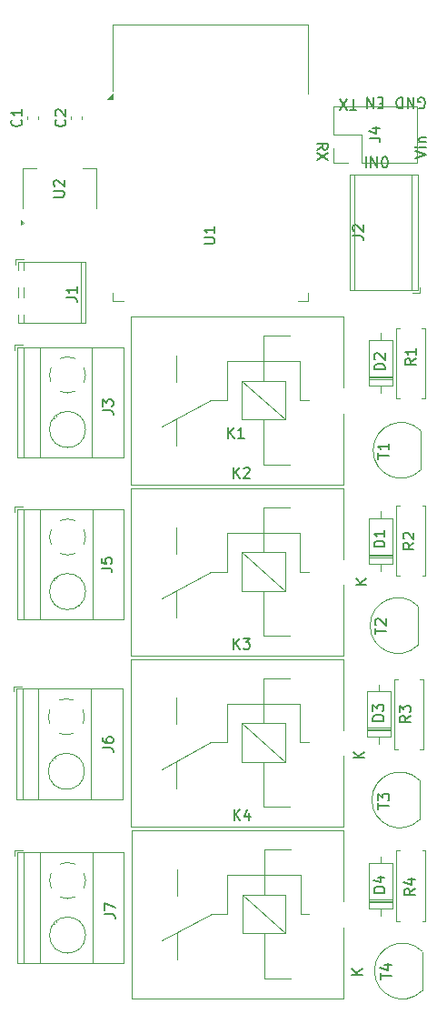
<source format=gbr>
%TF.GenerationSoftware,KiCad,Pcbnew,8.0.7*%
%TF.CreationDate,2025-05-26T13:39:26+05:30*%
%TF.ProjectId,smart_board,736d6172-745f-4626-9f61-72642e6b6963,rev?*%
%TF.SameCoordinates,Original*%
%TF.FileFunction,Legend,Top*%
%TF.FilePolarity,Positive*%
%FSLAX46Y46*%
G04 Gerber Fmt 4.6, Leading zero omitted, Abs format (unit mm)*
G04 Created by KiCad (PCBNEW 8.0.7) date 2025-05-26 13:39:26*
%MOMM*%
%LPD*%
G01*
G04 APERTURE LIST*
%ADD10C,0.150000*%
%ADD11C,0.120000*%
G04 APERTURE END LIST*
D10*
X92645180Y-61658333D02*
X93121371Y-61325000D01*
X92645180Y-61086905D02*
X93645180Y-61086905D01*
X93645180Y-61086905D02*
X93645180Y-61467857D01*
X93645180Y-61467857D02*
X93597561Y-61563095D01*
X93597561Y-61563095D02*
X93549942Y-61610714D01*
X93549942Y-61610714D02*
X93454704Y-61658333D01*
X93454704Y-61658333D02*
X93311847Y-61658333D01*
X93311847Y-61658333D02*
X93216609Y-61610714D01*
X93216609Y-61610714D02*
X93168990Y-61563095D01*
X93168990Y-61563095D02*
X93121371Y-61467857D01*
X93121371Y-61467857D02*
X93121371Y-61086905D01*
X93645180Y-61991667D02*
X92645180Y-62658333D01*
X93645180Y-62658333D02*
X92645180Y-61991667D01*
X98788094Y-57343990D02*
X98454761Y-57343990D01*
X98311904Y-56820180D02*
X98788094Y-56820180D01*
X98788094Y-56820180D02*
X98788094Y-57820180D01*
X98788094Y-57820180D02*
X98311904Y-57820180D01*
X97883332Y-56820180D02*
X97883332Y-57820180D01*
X97883332Y-57820180D02*
X97311904Y-56820180D01*
X97311904Y-56820180D02*
X97311904Y-57820180D01*
X97200000Y-63329819D02*
X97200000Y-62329819D01*
X97676190Y-63329819D02*
X97676190Y-62329819D01*
X97676190Y-62329819D02*
X98247618Y-63329819D01*
X98247618Y-63329819D02*
X98247618Y-62329819D01*
X98914285Y-62329819D02*
X99009523Y-62329819D01*
X99009523Y-62329819D02*
X99104761Y-62377438D01*
X99104761Y-62377438D02*
X99152380Y-62425057D01*
X99152380Y-62425057D02*
X99199999Y-62520295D01*
X99199999Y-62520295D02*
X99247618Y-62710771D01*
X99247618Y-62710771D02*
X99247618Y-62948866D01*
X99247618Y-62948866D02*
X99199999Y-63139342D01*
X99199999Y-63139342D02*
X99152380Y-63234580D01*
X99152380Y-63234580D02*
X99104761Y-63282200D01*
X99104761Y-63282200D02*
X99009523Y-63329819D01*
X99009523Y-63329819D02*
X98914285Y-63329819D01*
X98914285Y-63329819D02*
X98819047Y-63282200D01*
X98819047Y-63282200D02*
X98771428Y-63234580D01*
X98771428Y-63234580D02*
X98723809Y-63139342D01*
X98723809Y-63139342D02*
X98676190Y-62948866D01*
X98676190Y-62948866D02*
X98676190Y-62710771D01*
X98676190Y-62710771D02*
X98723809Y-62520295D01*
X98723809Y-62520295D02*
X98771428Y-62425057D01*
X98771428Y-62425057D02*
X98819047Y-62377438D01*
X98819047Y-62377438D02*
X98914285Y-62329819D01*
X101804819Y-62423808D02*
X102804819Y-62090475D01*
X102804819Y-62090475D02*
X101804819Y-61757142D01*
X102804819Y-61423808D02*
X102138152Y-61423808D01*
X101804819Y-61423808D02*
X101852438Y-61471427D01*
X101852438Y-61471427D02*
X101900057Y-61423808D01*
X101900057Y-61423808D02*
X101852438Y-61376189D01*
X101852438Y-61376189D02*
X101804819Y-61423808D01*
X101804819Y-61423808D02*
X101900057Y-61423808D01*
X102138152Y-60947618D02*
X102804819Y-60947618D01*
X102233390Y-60947618D02*
X102185771Y-60899999D01*
X102185771Y-60899999D02*
X102138152Y-60804761D01*
X102138152Y-60804761D02*
X102138152Y-60661904D01*
X102138152Y-60661904D02*
X102185771Y-60566666D01*
X102185771Y-60566666D02*
X102281009Y-60519047D01*
X102281009Y-60519047D02*
X102804819Y-60519047D01*
X96286904Y-57970180D02*
X95715476Y-57970180D01*
X96001190Y-56970180D02*
X96001190Y-57970180D01*
X95477380Y-57970180D02*
X94810714Y-56970180D01*
X94810714Y-57970180D02*
X95477380Y-56970180D01*
X102136904Y-57772561D02*
X102232142Y-57820180D01*
X102232142Y-57820180D02*
X102374999Y-57820180D01*
X102374999Y-57820180D02*
X102517856Y-57772561D01*
X102517856Y-57772561D02*
X102613094Y-57677323D01*
X102613094Y-57677323D02*
X102660713Y-57582085D01*
X102660713Y-57582085D02*
X102708332Y-57391609D01*
X102708332Y-57391609D02*
X102708332Y-57248752D01*
X102708332Y-57248752D02*
X102660713Y-57058276D01*
X102660713Y-57058276D02*
X102613094Y-56963038D01*
X102613094Y-56963038D02*
X102517856Y-56867800D01*
X102517856Y-56867800D02*
X102374999Y-56820180D01*
X102374999Y-56820180D02*
X102279761Y-56820180D01*
X102279761Y-56820180D02*
X102136904Y-56867800D01*
X102136904Y-56867800D02*
X102089285Y-56915419D01*
X102089285Y-56915419D02*
X102089285Y-57248752D01*
X102089285Y-57248752D02*
X102279761Y-57248752D01*
X101660713Y-56820180D02*
X101660713Y-57820180D01*
X101660713Y-57820180D02*
X101089285Y-56820180D01*
X101089285Y-56820180D02*
X101089285Y-57820180D01*
X100613094Y-56820180D02*
X100613094Y-57820180D01*
X100613094Y-57820180D02*
X100374999Y-57820180D01*
X100374999Y-57820180D02*
X100232142Y-57772561D01*
X100232142Y-57772561D02*
X100136904Y-57677323D01*
X100136904Y-57677323D02*
X100089285Y-57582085D01*
X100089285Y-57582085D02*
X100041666Y-57391609D01*
X100041666Y-57391609D02*
X100041666Y-57248752D01*
X100041666Y-57248752D02*
X100089285Y-57058276D01*
X100089285Y-57058276D02*
X100136904Y-56963038D01*
X100136904Y-56963038D02*
X100232142Y-56867800D01*
X100232142Y-56867800D02*
X100374999Y-56820180D01*
X100374999Y-56820180D02*
X100613094Y-56820180D01*
X98554819Y-138891904D02*
X98554819Y-138320476D01*
X99554819Y-138606190D02*
X98554819Y-138606190D01*
X98888152Y-137558571D02*
X99554819Y-137558571D01*
X98507200Y-137796666D02*
X99221485Y-138034761D01*
X99221485Y-138034761D02*
X99221485Y-137415714D01*
X98354819Y-123061904D02*
X98354819Y-122490476D01*
X99354819Y-122776190D02*
X98354819Y-122776190D01*
X98354819Y-122252380D02*
X98354819Y-121633333D01*
X98354819Y-121633333D02*
X98735771Y-121966666D01*
X98735771Y-121966666D02*
X98735771Y-121823809D01*
X98735771Y-121823809D02*
X98783390Y-121728571D01*
X98783390Y-121728571D02*
X98831009Y-121680952D01*
X98831009Y-121680952D02*
X98926247Y-121633333D01*
X98926247Y-121633333D02*
X99164342Y-121633333D01*
X99164342Y-121633333D02*
X99259580Y-121680952D01*
X99259580Y-121680952D02*
X99307200Y-121728571D01*
X99307200Y-121728571D02*
X99354819Y-121823809D01*
X99354819Y-121823809D02*
X99354819Y-122109523D01*
X99354819Y-122109523D02*
X99307200Y-122204761D01*
X99307200Y-122204761D02*
X99259580Y-122252380D01*
X98054819Y-106761904D02*
X98054819Y-106190476D01*
X99054819Y-106476190D02*
X98054819Y-106476190D01*
X98150057Y-105904761D02*
X98102438Y-105857142D01*
X98102438Y-105857142D02*
X98054819Y-105761904D01*
X98054819Y-105761904D02*
X98054819Y-105523809D01*
X98054819Y-105523809D02*
X98102438Y-105428571D01*
X98102438Y-105428571D02*
X98150057Y-105380952D01*
X98150057Y-105380952D02*
X98245295Y-105333333D01*
X98245295Y-105333333D02*
X98340533Y-105333333D01*
X98340533Y-105333333D02*
X98483390Y-105380952D01*
X98483390Y-105380952D02*
X99054819Y-105952380D01*
X99054819Y-105952380D02*
X99054819Y-105333333D01*
X101754819Y-130466666D02*
X101278628Y-130799999D01*
X101754819Y-131038094D02*
X100754819Y-131038094D01*
X100754819Y-131038094D02*
X100754819Y-130657142D01*
X100754819Y-130657142D02*
X100802438Y-130561904D01*
X100802438Y-130561904D02*
X100850057Y-130514285D01*
X100850057Y-130514285D02*
X100945295Y-130466666D01*
X100945295Y-130466666D02*
X101088152Y-130466666D01*
X101088152Y-130466666D02*
X101183390Y-130514285D01*
X101183390Y-130514285D02*
X101231009Y-130561904D01*
X101231009Y-130561904D02*
X101278628Y-130657142D01*
X101278628Y-130657142D02*
X101278628Y-131038094D01*
X101088152Y-129609523D02*
X101754819Y-129609523D01*
X100707200Y-129847618D02*
X101421485Y-130085713D01*
X101421485Y-130085713D02*
X101421485Y-129466666D01*
X101354819Y-114376666D02*
X100878628Y-114709999D01*
X101354819Y-114948094D02*
X100354819Y-114948094D01*
X100354819Y-114948094D02*
X100354819Y-114567142D01*
X100354819Y-114567142D02*
X100402438Y-114471904D01*
X100402438Y-114471904D02*
X100450057Y-114424285D01*
X100450057Y-114424285D02*
X100545295Y-114376666D01*
X100545295Y-114376666D02*
X100688152Y-114376666D01*
X100688152Y-114376666D02*
X100783390Y-114424285D01*
X100783390Y-114424285D02*
X100831009Y-114471904D01*
X100831009Y-114471904D02*
X100878628Y-114567142D01*
X100878628Y-114567142D02*
X100878628Y-114948094D01*
X100354819Y-114043332D02*
X100354819Y-113424285D01*
X100354819Y-113424285D02*
X100735771Y-113757618D01*
X100735771Y-113757618D02*
X100735771Y-113614761D01*
X100735771Y-113614761D02*
X100783390Y-113519523D01*
X100783390Y-113519523D02*
X100831009Y-113471904D01*
X100831009Y-113471904D02*
X100926247Y-113424285D01*
X100926247Y-113424285D02*
X101164342Y-113424285D01*
X101164342Y-113424285D02*
X101259580Y-113471904D01*
X101259580Y-113471904D02*
X101307200Y-113519523D01*
X101307200Y-113519523D02*
X101354819Y-113614761D01*
X101354819Y-113614761D02*
X101354819Y-113900475D01*
X101354819Y-113900475D02*
X101307200Y-113995713D01*
X101307200Y-113995713D02*
X101259580Y-114043332D01*
X101654819Y-98256666D02*
X101178628Y-98589999D01*
X101654819Y-98828094D02*
X100654819Y-98828094D01*
X100654819Y-98828094D02*
X100654819Y-98447142D01*
X100654819Y-98447142D02*
X100702438Y-98351904D01*
X100702438Y-98351904D02*
X100750057Y-98304285D01*
X100750057Y-98304285D02*
X100845295Y-98256666D01*
X100845295Y-98256666D02*
X100988152Y-98256666D01*
X100988152Y-98256666D02*
X101083390Y-98304285D01*
X101083390Y-98304285D02*
X101131009Y-98351904D01*
X101131009Y-98351904D02*
X101178628Y-98447142D01*
X101178628Y-98447142D02*
X101178628Y-98828094D01*
X100750057Y-97875713D02*
X100702438Y-97828094D01*
X100702438Y-97828094D02*
X100654819Y-97732856D01*
X100654819Y-97732856D02*
X100654819Y-97494761D01*
X100654819Y-97494761D02*
X100702438Y-97399523D01*
X100702438Y-97399523D02*
X100750057Y-97351904D01*
X100750057Y-97351904D02*
X100845295Y-97304285D01*
X100845295Y-97304285D02*
X100940533Y-97304285D01*
X100940533Y-97304285D02*
X101083390Y-97351904D01*
X101083390Y-97351904D02*
X101654819Y-97923332D01*
X101654819Y-97923332D02*
X101654819Y-97304285D01*
X84911905Y-124104819D02*
X84911905Y-123104819D01*
X85483333Y-124104819D02*
X85054762Y-123533390D01*
X85483333Y-123104819D02*
X84911905Y-123676247D01*
X86340476Y-123438152D02*
X86340476Y-124104819D01*
X86102381Y-123057200D02*
X85864286Y-123771485D01*
X85864286Y-123771485D02*
X86483333Y-123771485D01*
X84861905Y-108154819D02*
X84861905Y-107154819D01*
X85433333Y-108154819D02*
X85004762Y-107583390D01*
X85433333Y-107154819D02*
X84861905Y-107726247D01*
X85766667Y-107154819D02*
X86385714Y-107154819D01*
X86385714Y-107154819D02*
X86052381Y-107535771D01*
X86052381Y-107535771D02*
X86195238Y-107535771D01*
X86195238Y-107535771D02*
X86290476Y-107583390D01*
X86290476Y-107583390D02*
X86338095Y-107631009D01*
X86338095Y-107631009D02*
X86385714Y-107726247D01*
X86385714Y-107726247D02*
X86385714Y-107964342D01*
X86385714Y-107964342D02*
X86338095Y-108059580D01*
X86338095Y-108059580D02*
X86290476Y-108107200D01*
X86290476Y-108107200D02*
X86195238Y-108154819D01*
X86195238Y-108154819D02*
X85909524Y-108154819D01*
X85909524Y-108154819D02*
X85814286Y-108107200D01*
X85814286Y-108107200D02*
X85766667Y-108059580D01*
X84861905Y-92254819D02*
X84861905Y-91254819D01*
X85433333Y-92254819D02*
X85004762Y-91683390D01*
X85433333Y-91254819D02*
X84861905Y-91826247D01*
X85814286Y-91350057D02*
X85861905Y-91302438D01*
X85861905Y-91302438D02*
X85957143Y-91254819D01*
X85957143Y-91254819D02*
X86195238Y-91254819D01*
X86195238Y-91254819D02*
X86290476Y-91302438D01*
X86290476Y-91302438D02*
X86338095Y-91350057D01*
X86338095Y-91350057D02*
X86385714Y-91445295D01*
X86385714Y-91445295D02*
X86385714Y-91540533D01*
X86385714Y-91540533D02*
X86338095Y-91683390D01*
X86338095Y-91683390D02*
X85766667Y-92254819D01*
X85766667Y-92254819D02*
X86385714Y-92254819D01*
X72854819Y-132833333D02*
X73569104Y-132833333D01*
X73569104Y-132833333D02*
X73711961Y-132880952D01*
X73711961Y-132880952D02*
X73807200Y-132976190D01*
X73807200Y-132976190D02*
X73854819Y-133119047D01*
X73854819Y-133119047D02*
X73854819Y-133214285D01*
X72854819Y-132452380D02*
X72854819Y-131785714D01*
X72854819Y-131785714D02*
X73854819Y-132214285D01*
X72654819Y-117333333D02*
X73369104Y-117333333D01*
X73369104Y-117333333D02*
X73511961Y-117380952D01*
X73511961Y-117380952D02*
X73607200Y-117476190D01*
X73607200Y-117476190D02*
X73654819Y-117619047D01*
X73654819Y-117619047D02*
X73654819Y-117714285D01*
X72654819Y-116428571D02*
X72654819Y-116619047D01*
X72654819Y-116619047D02*
X72702438Y-116714285D01*
X72702438Y-116714285D02*
X72750057Y-116761904D01*
X72750057Y-116761904D02*
X72892914Y-116857142D01*
X72892914Y-116857142D02*
X73083390Y-116904761D01*
X73083390Y-116904761D02*
X73464342Y-116904761D01*
X73464342Y-116904761D02*
X73559580Y-116857142D01*
X73559580Y-116857142D02*
X73607200Y-116809523D01*
X73607200Y-116809523D02*
X73654819Y-116714285D01*
X73654819Y-116714285D02*
X73654819Y-116523809D01*
X73654819Y-116523809D02*
X73607200Y-116428571D01*
X73607200Y-116428571D02*
X73559580Y-116380952D01*
X73559580Y-116380952D02*
X73464342Y-116333333D01*
X73464342Y-116333333D02*
X73226247Y-116333333D01*
X73226247Y-116333333D02*
X73131009Y-116380952D01*
X73131009Y-116380952D02*
X73083390Y-116428571D01*
X73083390Y-116428571D02*
X73035771Y-116523809D01*
X73035771Y-116523809D02*
X73035771Y-116714285D01*
X73035771Y-116714285D02*
X73083390Y-116809523D01*
X73083390Y-116809523D02*
X73131009Y-116857142D01*
X73131009Y-116857142D02*
X73226247Y-116904761D01*
X72554819Y-100633333D02*
X73269104Y-100633333D01*
X73269104Y-100633333D02*
X73411961Y-100680952D01*
X73411961Y-100680952D02*
X73507200Y-100776190D01*
X73507200Y-100776190D02*
X73554819Y-100919047D01*
X73554819Y-100919047D02*
X73554819Y-101014285D01*
X72554819Y-99680952D02*
X72554819Y-100157142D01*
X72554819Y-100157142D02*
X73031009Y-100204761D01*
X73031009Y-100204761D02*
X72983390Y-100157142D01*
X72983390Y-100157142D02*
X72935771Y-100061904D01*
X72935771Y-100061904D02*
X72935771Y-99823809D01*
X72935771Y-99823809D02*
X72983390Y-99728571D01*
X72983390Y-99728571D02*
X73031009Y-99680952D01*
X73031009Y-99680952D02*
X73126247Y-99633333D01*
X73126247Y-99633333D02*
X73364342Y-99633333D01*
X73364342Y-99633333D02*
X73459580Y-99680952D01*
X73459580Y-99680952D02*
X73507200Y-99728571D01*
X73507200Y-99728571D02*
X73554819Y-99823809D01*
X73554819Y-99823809D02*
X73554819Y-100061904D01*
X73554819Y-100061904D02*
X73507200Y-100157142D01*
X73507200Y-100157142D02*
X73459580Y-100204761D01*
X98954819Y-130838094D02*
X97954819Y-130838094D01*
X97954819Y-130838094D02*
X97954819Y-130599999D01*
X97954819Y-130599999D02*
X98002438Y-130457142D01*
X98002438Y-130457142D02*
X98097676Y-130361904D01*
X98097676Y-130361904D02*
X98192914Y-130314285D01*
X98192914Y-130314285D02*
X98383390Y-130266666D01*
X98383390Y-130266666D02*
X98526247Y-130266666D01*
X98526247Y-130266666D02*
X98716723Y-130314285D01*
X98716723Y-130314285D02*
X98811961Y-130361904D01*
X98811961Y-130361904D02*
X98907200Y-130457142D01*
X98907200Y-130457142D02*
X98954819Y-130599999D01*
X98954819Y-130599999D02*
X98954819Y-130838094D01*
X98288152Y-129409523D02*
X98954819Y-129409523D01*
X97907200Y-129647618D02*
X98621485Y-129885713D01*
X98621485Y-129885713D02*
X98621485Y-129266666D01*
X96854819Y-138461904D02*
X95854819Y-138461904D01*
X96854819Y-137890476D02*
X96283390Y-138319047D01*
X95854819Y-137890476D02*
X96426247Y-138461904D01*
X98854819Y-114838094D02*
X97854819Y-114838094D01*
X97854819Y-114838094D02*
X97854819Y-114599999D01*
X97854819Y-114599999D02*
X97902438Y-114457142D01*
X97902438Y-114457142D02*
X97997676Y-114361904D01*
X97997676Y-114361904D02*
X98092914Y-114314285D01*
X98092914Y-114314285D02*
X98283390Y-114266666D01*
X98283390Y-114266666D02*
X98426247Y-114266666D01*
X98426247Y-114266666D02*
X98616723Y-114314285D01*
X98616723Y-114314285D02*
X98711961Y-114361904D01*
X98711961Y-114361904D02*
X98807200Y-114457142D01*
X98807200Y-114457142D02*
X98854819Y-114599999D01*
X98854819Y-114599999D02*
X98854819Y-114838094D01*
X97854819Y-113933332D02*
X97854819Y-113314285D01*
X97854819Y-113314285D02*
X98235771Y-113647618D01*
X98235771Y-113647618D02*
X98235771Y-113504761D01*
X98235771Y-113504761D02*
X98283390Y-113409523D01*
X98283390Y-113409523D02*
X98331009Y-113361904D01*
X98331009Y-113361904D02*
X98426247Y-113314285D01*
X98426247Y-113314285D02*
X98664342Y-113314285D01*
X98664342Y-113314285D02*
X98759580Y-113361904D01*
X98759580Y-113361904D02*
X98807200Y-113409523D01*
X98807200Y-113409523D02*
X98854819Y-113504761D01*
X98854819Y-113504761D02*
X98854819Y-113790475D01*
X98854819Y-113790475D02*
X98807200Y-113885713D01*
X98807200Y-113885713D02*
X98759580Y-113933332D01*
X97054819Y-118281904D02*
X96054819Y-118281904D01*
X97054819Y-117710476D02*
X96483390Y-118139047D01*
X96054819Y-117710476D02*
X96626247Y-118281904D01*
X98954819Y-98638094D02*
X97954819Y-98638094D01*
X97954819Y-98638094D02*
X97954819Y-98399999D01*
X97954819Y-98399999D02*
X98002438Y-98257142D01*
X98002438Y-98257142D02*
X98097676Y-98161904D01*
X98097676Y-98161904D02*
X98192914Y-98114285D01*
X98192914Y-98114285D02*
X98383390Y-98066666D01*
X98383390Y-98066666D02*
X98526247Y-98066666D01*
X98526247Y-98066666D02*
X98716723Y-98114285D01*
X98716723Y-98114285D02*
X98811961Y-98161904D01*
X98811961Y-98161904D02*
X98907200Y-98257142D01*
X98907200Y-98257142D02*
X98954819Y-98399999D01*
X98954819Y-98399999D02*
X98954819Y-98638094D01*
X98954819Y-97114285D02*
X98954819Y-97685713D01*
X98954819Y-97399999D02*
X97954819Y-97399999D01*
X97954819Y-97399999D02*
X98097676Y-97495237D01*
X98097676Y-97495237D02*
X98192914Y-97590475D01*
X98192914Y-97590475D02*
X98240533Y-97685713D01*
X97254819Y-102161904D02*
X96254819Y-102161904D01*
X97254819Y-101590476D02*
X96683390Y-102019047D01*
X96254819Y-101590476D02*
X96826247Y-102161904D01*
X82119819Y-70406904D02*
X82929342Y-70406904D01*
X82929342Y-70406904D02*
X83024580Y-70359285D01*
X83024580Y-70359285D02*
X83072200Y-70311666D01*
X83072200Y-70311666D02*
X83119819Y-70216428D01*
X83119819Y-70216428D02*
X83119819Y-70025952D01*
X83119819Y-70025952D02*
X83072200Y-69930714D01*
X83072200Y-69930714D02*
X83024580Y-69883095D01*
X83024580Y-69883095D02*
X82929342Y-69835476D01*
X82929342Y-69835476D02*
X82119819Y-69835476D01*
X83119819Y-68835476D02*
X83119819Y-69406904D01*
X83119819Y-69121190D02*
X82119819Y-69121190D01*
X82119819Y-69121190D02*
X82262676Y-69216428D01*
X82262676Y-69216428D02*
X82357914Y-69311666D01*
X82357914Y-69311666D02*
X82405533Y-69406904D01*
X65054580Y-58866666D02*
X65102200Y-58914285D01*
X65102200Y-58914285D02*
X65149819Y-59057142D01*
X65149819Y-59057142D02*
X65149819Y-59152380D01*
X65149819Y-59152380D02*
X65102200Y-59295237D01*
X65102200Y-59295237D02*
X65006961Y-59390475D01*
X65006961Y-59390475D02*
X64911723Y-59438094D01*
X64911723Y-59438094D02*
X64721247Y-59485713D01*
X64721247Y-59485713D02*
X64578390Y-59485713D01*
X64578390Y-59485713D02*
X64387914Y-59438094D01*
X64387914Y-59438094D02*
X64292676Y-59390475D01*
X64292676Y-59390475D02*
X64197438Y-59295237D01*
X64197438Y-59295237D02*
X64149819Y-59152380D01*
X64149819Y-59152380D02*
X64149819Y-59057142D01*
X64149819Y-59057142D02*
X64197438Y-58914285D01*
X64197438Y-58914285D02*
X64245057Y-58866666D01*
X65149819Y-57914285D02*
X65149819Y-58485713D01*
X65149819Y-58199999D02*
X64149819Y-58199999D01*
X64149819Y-58199999D02*
X64292676Y-58295237D01*
X64292676Y-58295237D02*
X64387914Y-58390475D01*
X64387914Y-58390475D02*
X64435533Y-58485713D01*
X68104819Y-66061904D02*
X68914342Y-66061904D01*
X68914342Y-66061904D02*
X69009580Y-66014285D01*
X69009580Y-66014285D02*
X69057200Y-65966666D01*
X69057200Y-65966666D02*
X69104819Y-65871428D01*
X69104819Y-65871428D02*
X69104819Y-65680952D01*
X69104819Y-65680952D02*
X69057200Y-65585714D01*
X69057200Y-65585714D02*
X69009580Y-65538095D01*
X69009580Y-65538095D02*
X68914342Y-65490476D01*
X68914342Y-65490476D02*
X68104819Y-65490476D01*
X68200057Y-65061904D02*
X68152438Y-65014285D01*
X68152438Y-65014285D02*
X68104819Y-64919047D01*
X68104819Y-64919047D02*
X68104819Y-64680952D01*
X68104819Y-64680952D02*
X68152438Y-64585714D01*
X68152438Y-64585714D02*
X68200057Y-64538095D01*
X68200057Y-64538095D02*
X68295295Y-64490476D01*
X68295295Y-64490476D02*
X68390533Y-64490476D01*
X68390533Y-64490476D02*
X68533390Y-64538095D01*
X68533390Y-64538095D02*
X69104819Y-65109523D01*
X69104819Y-65109523D02*
X69104819Y-64490476D01*
X95954819Y-69663333D02*
X96669104Y-69663333D01*
X96669104Y-69663333D02*
X96811961Y-69710952D01*
X96811961Y-69710952D02*
X96907200Y-69806190D01*
X96907200Y-69806190D02*
X96954819Y-69949047D01*
X96954819Y-69949047D02*
X96954819Y-70044285D01*
X96050057Y-69234761D02*
X96002438Y-69187142D01*
X96002438Y-69187142D02*
X95954819Y-69091904D01*
X95954819Y-69091904D02*
X95954819Y-68853809D01*
X95954819Y-68853809D02*
X96002438Y-68758571D01*
X96002438Y-68758571D02*
X96050057Y-68710952D01*
X96050057Y-68710952D02*
X96145295Y-68663333D01*
X96145295Y-68663333D02*
X96240533Y-68663333D01*
X96240533Y-68663333D02*
X96383390Y-68710952D01*
X96383390Y-68710952D02*
X96954819Y-69282380D01*
X96954819Y-69282380D02*
X96954819Y-68663333D01*
X84336905Y-88529819D02*
X84336905Y-87529819D01*
X84908333Y-88529819D02*
X84479762Y-87958390D01*
X84908333Y-87529819D02*
X84336905Y-88101247D01*
X85860714Y-88529819D02*
X85289286Y-88529819D01*
X85575000Y-88529819D02*
X85575000Y-87529819D01*
X85575000Y-87529819D02*
X85479762Y-87672676D01*
X85479762Y-87672676D02*
X85384524Y-87767914D01*
X85384524Y-87767914D02*
X85289286Y-87815533D01*
X101854819Y-81116666D02*
X101378628Y-81449999D01*
X101854819Y-81688094D02*
X100854819Y-81688094D01*
X100854819Y-81688094D02*
X100854819Y-81307142D01*
X100854819Y-81307142D02*
X100902438Y-81211904D01*
X100902438Y-81211904D02*
X100950057Y-81164285D01*
X100950057Y-81164285D02*
X101045295Y-81116666D01*
X101045295Y-81116666D02*
X101188152Y-81116666D01*
X101188152Y-81116666D02*
X101283390Y-81164285D01*
X101283390Y-81164285D02*
X101331009Y-81211904D01*
X101331009Y-81211904D02*
X101378628Y-81307142D01*
X101378628Y-81307142D02*
X101378628Y-81688094D01*
X101854819Y-80164285D02*
X101854819Y-80735713D01*
X101854819Y-80449999D02*
X100854819Y-80449999D01*
X100854819Y-80449999D02*
X100997676Y-80545237D01*
X100997676Y-80545237D02*
X101092914Y-80640475D01*
X101092914Y-80640475D02*
X101140533Y-80735713D01*
X98979819Y-82138094D02*
X97979819Y-82138094D01*
X97979819Y-82138094D02*
X97979819Y-81899999D01*
X97979819Y-81899999D02*
X98027438Y-81757142D01*
X98027438Y-81757142D02*
X98122676Y-81661904D01*
X98122676Y-81661904D02*
X98217914Y-81614285D01*
X98217914Y-81614285D02*
X98408390Y-81566666D01*
X98408390Y-81566666D02*
X98551247Y-81566666D01*
X98551247Y-81566666D02*
X98741723Y-81614285D01*
X98741723Y-81614285D02*
X98836961Y-81661904D01*
X98836961Y-81661904D02*
X98932200Y-81757142D01*
X98932200Y-81757142D02*
X98979819Y-81899999D01*
X98979819Y-81899999D02*
X98979819Y-82138094D01*
X98075057Y-81185713D02*
X98027438Y-81138094D01*
X98027438Y-81138094D02*
X97979819Y-81042856D01*
X97979819Y-81042856D02*
X97979819Y-80804761D01*
X97979819Y-80804761D02*
X98027438Y-80709523D01*
X98027438Y-80709523D02*
X98075057Y-80661904D01*
X98075057Y-80661904D02*
X98170295Y-80614285D01*
X98170295Y-80614285D02*
X98265533Y-80614285D01*
X98265533Y-80614285D02*
X98408390Y-80661904D01*
X98408390Y-80661904D02*
X98979819Y-81233332D01*
X98979819Y-81233332D02*
X98979819Y-80614285D01*
X98304819Y-90446904D02*
X98304819Y-89875476D01*
X99304819Y-90161190D02*
X98304819Y-90161190D01*
X99304819Y-89018333D02*
X99304819Y-89589761D01*
X99304819Y-89304047D02*
X98304819Y-89304047D01*
X98304819Y-89304047D02*
X98447676Y-89399285D01*
X98447676Y-89399285D02*
X98542914Y-89494523D01*
X98542914Y-89494523D02*
X98590533Y-89589761D01*
X72654819Y-85933333D02*
X73369104Y-85933333D01*
X73369104Y-85933333D02*
X73511961Y-85980952D01*
X73511961Y-85980952D02*
X73607200Y-86076190D01*
X73607200Y-86076190D02*
X73654819Y-86219047D01*
X73654819Y-86219047D02*
X73654819Y-86314285D01*
X72654819Y-85552380D02*
X72654819Y-84933333D01*
X72654819Y-84933333D02*
X73035771Y-85266666D01*
X73035771Y-85266666D02*
X73035771Y-85123809D01*
X73035771Y-85123809D02*
X73083390Y-85028571D01*
X73083390Y-85028571D02*
X73131009Y-84980952D01*
X73131009Y-84980952D02*
X73226247Y-84933333D01*
X73226247Y-84933333D02*
X73464342Y-84933333D01*
X73464342Y-84933333D02*
X73559580Y-84980952D01*
X73559580Y-84980952D02*
X73607200Y-85028571D01*
X73607200Y-85028571D02*
X73654819Y-85123809D01*
X73654819Y-85123809D02*
X73654819Y-85409523D01*
X73654819Y-85409523D02*
X73607200Y-85504761D01*
X73607200Y-85504761D02*
X73559580Y-85552380D01*
X97524819Y-60573333D02*
X98239104Y-60573333D01*
X98239104Y-60573333D02*
X98381961Y-60620952D01*
X98381961Y-60620952D02*
X98477200Y-60716190D01*
X98477200Y-60716190D02*
X98524819Y-60859047D01*
X98524819Y-60859047D02*
X98524819Y-60954285D01*
X97858152Y-59668571D02*
X98524819Y-59668571D01*
X97477200Y-59906666D02*
X98191485Y-60144761D01*
X98191485Y-60144761D02*
X98191485Y-59525714D01*
X69134580Y-58869166D02*
X69182200Y-58916785D01*
X69182200Y-58916785D02*
X69229819Y-59059642D01*
X69229819Y-59059642D02*
X69229819Y-59154880D01*
X69229819Y-59154880D02*
X69182200Y-59297737D01*
X69182200Y-59297737D02*
X69086961Y-59392975D01*
X69086961Y-59392975D02*
X68991723Y-59440594D01*
X68991723Y-59440594D02*
X68801247Y-59488213D01*
X68801247Y-59488213D02*
X68658390Y-59488213D01*
X68658390Y-59488213D02*
X68467914Y-59440594D01*
X68467914Y-59440594D02*
X68372676Y-59392975D01*
X68372676Y-59392975D02*
X68277438Y-59297737D01*
X68277438Y-59297737D02*
X68229819Y-59154880D01*
X68229819Y-59154880D02*
X68229819Y-59059642D01*
X68229819Y-59059642D02*
X68277438Y-58916785D01*
X68277438Y-58916785D02*
X68325057Y-58869166D01*
X68325057Y-58488213D02*
X68277438Y-58440594D01*
X68277438Y-58440594D02*
X68229819Y-58345356D01*
X68229819Y-58345356D02*
X68229819Y-58107261D01*
X68229819Y-58107261D02*
X68277438Y-58012023D01*
X68277438Y-58012023D02*
X68325057Y-57964404D01*
X68325057Y-57964404D02*
X68420295Y-57916785D01*
X68420295Y-57916785D02*
X68515533Y-57916785D01*
X68515533Y-57916785D02*
X68658390Y-57964404D01*
X68658390Y-57964404D02*
X69229819Y-58535832D01*
X69229819Y-58535832D02*
X69229819Y-57916785D01*
X69294819Y-75433333D02*
X70009104Y-75433333D01*
X70009104Y-75433333D02*
X70151961Y-75480952D01*
X70151961Y-75480952D02*
X70247200Y-75576190D01*
X70247200Y-75576190D02*
X70294819Y-75719047D01*
X70294819Y-75719047D02*
X70294819Y-75814285D01*
X70294819Y-74433333D02*
X70294819Y-75004761D01*
X70294819Y-74719047D02*
X69294819Y-74719047D01*
X69294819Y-74719047D02*
X69437676Y-74814285D01*
X69437676Y-74814285D02*
X69532914Y-74909523D01*
X69532914Y-74909523D02*
X69580533Y-75004761D01*
D11*
%TO.C,T4*%
X102450000Y-139930000D02*
X102450000Y-136330000D01*
X102438478Y-139968478D02*
G75*
G02*
X97999999Y-138130000I-1838478J1838478D01*
G01*
X98000000Y-138130000D02*
G75*
G02*
X102438478Y-136291522I2600000J0D01*
G01*
%TO.C,T3*%
X102210000Y-124000000D02*
X102210000Y-120400000D01*
X102198478Y-124038478D02*
G75*
G02*
X97759999Y-122200000I-1838478J1838478D01*
G01*
X97760000Y-122200000D02*
G75*
G02*
X102198478Y-120361522I2600000J0D01*
G01*
%TO.C,T2*%
X102050000Y-107770000D02*
X102050000Y-104170000D01*
X102038478Y-107808478D02*
G75*
G02*
X97599999Y-105970000I-1838478J1838478D01*
G01*
X97600000Y-105970000D02*
G75*
G02*
X102038478Y-104131522I2600000J0D01*
G01*
%TO.C,R4*%
X100030000Y-133470000D02*
X100030000Y-126930000D01*
X100360000Y-133470000D02*
X100030000Y-133470000D01*
X102440000Y-133470000D02*
X102770000Y-133470000D01*
X102770000Y-133470000D02*
X102770000Y-126930000D01*
X100030000Y-126930000D02*
X100360000Y-126930000D01*
X102770000Y-126930000D02*
X102440000Y-126930000D01*
%TO.C,R3*%
X99830000Y-117480000D02*
X99830000Y-110940000D01*
X100160000Y-117480000D02*
X99830000Y-117480000D01*
X102240000Y-117480000D02*
X102570000Y-117480000D01*
X102570000Y-117480000D02*
X102570000Y-110940000D01*
X99830000Y-110940000D02*
X100160000Y-110940000D01*
X102570000Y-110940000D02*
X102240000Y-110940000D01*
%TO.C,R2*%
X100030000Y-101360000D02*
X100030000Y-94820000D01*
X100360000Y-101360000D02*
X100030000Y-101360000D01*
X102440000Y-101360000D02*
X102770000Y-101360000D01*
X102770000Y-101360000D02*
X102770000Y-94820000D01*
X100030000Y-94820000D02*
X100360000Y-94820000D01*
X102770000Y-94820000D02*
X102440000Y-94820000D01*
%TO.C,K4*%
X75350000Y-125050000D02*
X95150000Y-125050000D01*
X75350000Y-140650000D02*
X75350000Y-125050000D01*
X79600000Y-128650000D02*
X79600000Y-131100000D01*
X79600000Y-137050000D02*
X79600000Y-134550000D01*
X82800000Y-132800000D02*
X78200000Y-135300000D01*
X84300000Y-129200000D02*
X91100000Y-129200000D01*
X84300000Y-132800000D02*
X82800000Y-132800000D01*
X84300000Y-132800000D02*
X84300000Y-129200000D01*
X85700000Y-131000000D02*
X89700000Y-131000000D01*
X85700000Y-131000000D02*
X89700000Y-134600000D01*
X85700000Y-134600000D02*
X85700000Y-131000000D01*
X87700000Y-131000000D02*
X87700000Y-126800000D01*
X87700000Y-138800000D02*
X87700000Y-134600000D01*
X87700000Y-138800000D02*
X90200000Y-138800000D01*
X89700000Y-131000000D02*
X89700000Y-134600000D01*
X89700000Y-134600000D02*
X85700000Y-134600000D01*
X90200000Y-126800000D02*
X87700000Y-126800000D01*
X91100000Y-132800000D02*
X91100000Y-129200000D01*
X91100000Y-132800000D02*
X91900000Y-132800000D01*
X95150000Y-131650000D02*
X95150000Y-125050000D01*
X95150000Y-140650000D02*
X75350000Y-140650000D01*
X95150000Y-140650000D02*
X95150000Y-134050000D01*
%TO.C,K3*%
X95100000Y-124700000D02*
X95100000Y-118100000D01*
X95100000Y-124700000D02*
X75300000Y-124700000D01*
X95100000Y-115700000D02*
X95100000Y-109100000D01*
X91050000Y-116850000D02*
X91850000Y-116850000D01*
X91050000Y-116850000D02*
X91050000Y-113250000D01*
X90150000Y-110850000D02*
X87650000Y-110850000D01*
X89650000Y-118650000D02*
X85650000Y-118650000D01*
X89650000Y-115050000D02*
X89650000Y-118650000D01*
X87650000Y-122850000D02*
X90150000Y-122850000D01*
X87650000Y-122850000D02*
X87650000Y-118650000D01*
X87650000Y-115050000D02*
X87650000Y-110850000D01*
X85650000Y-118650000D02*
X85650000Y-115050000D01*
X85650000Y-115050000D02*
X89650000Y-118650000D01*
X85650000Y-115050000D02*
X89650000Y-115050000D01*
X84250000Y-116850000D02*
X84250000Y-113250000D01*
X84250000Y-116850000D02*
X82750000Y-116850000D01*
X84250000Y-113250000D02*
X91050000Y-113250000D01*
X82750000Y-116850000D02*
X78150000Y-119350000D01*
X79550000Y-121100000D02*
X79550000Y-118600000D01*
X79550000Y-112700000D02*
X79550000Y-115150000D01*
X75300000Y-124700000D02*
X75300000Y-109100000D01*
X75300000Y-109100000D02*
X95100000Y-109100000D01*
%TO.C,K2*%
X95100000Y-108800000D02*
X95100000Y-102200000D01*
X95100000Y-108800000D02*
X75300000Y-108800000D01*
X95100000Y-99800000D02*
X95100000Y-93200000D01*
X91050000Y-100950000D02*
X91850000Y-100950000D01*
X91050000Y-100950000D02*
X91050000Y-97350000D01*
X90150000Y-94950000D02*
X87650000Y-94950000D01*
X89650000Y-102750000D02*
X85650000Y-102750000D01*
X89650000Y-99150000D02*
X89650000Y-102750000D01*
X87650000Y-106950000D02*
X90150000Y-106950000D01*
X87650000Y-106950000D02*
X87650000Y-102750000D01*
X87650000Y-99150000D02*
X87650000Y-94950000D01*
X85650000Y-102750000D02*
X85650000Y-99150000D01*
X85650000Y-99150000D02*
X89650000Y-102750000D01*
X85650000Y-99150000D02*
X89650000Y-99150000D01*
X84250000Y-100950000D02*
X84250000Y-97350000D01*
X84250000Y-100950000D02*
X82750000Y-100950000D01*
X84250000Y-97350000D02*
X91050000Y-97350000D01*
X82750000Y-100950000D02*
X78150000Y-103450000D01*
X79550000Y-105200000D02*
X79550000Y-102700000D01*
X79550000Y-96800000D02*
X79550000Y-99250000D01*
X75300000Y-108800000D02*
X75300000Y-93200000D01*
X75300000Y-93200000D02*
X95100000Y-93200000D01*
%TO.C,J7*%
X65240000Y-126860000D02*
X64500000Y-126860000D01*
X64500000Y-126860000D02*
X64500000Y-127360000D01*
X74661000Y-127100000D02*
X64740000Y-127100000D01*
X74661000Y-127100000D02*
X74661000Y-137380000D01*
X71701000Y-127100000D02*
X71701000Y-137380000D01*
X66800000Y-127100000D02*
X66800000Y-137380000D01*
X65300000Y-127100000D02*
X65300000Y-137380000D01*
X64740000Y-127100000D02*
X64740000Y-137380000D01*
X68377000Y-133553000D02*
X68331000Y-133506000D01*
X68161000Y-133746000D02*
X68126000Y-133711000D01*
X70675000Y-135850000D02*
X70639000Y-135815000D01*
X70469000Y-136055000D02*
X70423000Y-136008000D01*
X74661000Y-137380000D02*
X64740000Y-137380000D01*
X68716958Y-128164573D02*
G75*
G02*
X70084000Y-128165000I683041J-1535420D01*
G01*
X70935427Y-129016958D02*
G75*
G02*
X70935000Y-130384000I-1535420J-683041D01*
G01*
X67719747Y-129728805D02*
G75*
G02*
X67865000Y-129016000I1680254J28806D01*
G01*
X67865244Y-130383318D02*
G75*
G02*
X67720000Y-129700000I1534756J683318D01*
G01*
X70083042Y-131235427D02*
G75*
G02*
X68716000Y-131235000I-683042J1535427D01*
G01*
X71080000Y-134780000D02*
G75*
G02*
X67720000Y-134780000I-1680000J0D01*
G01*
X67720000Y-134780000D02*
G75*
G02*
X71080000Y-134780000I1680000J0D01*
G01*
%TO.C,J6*%
X65135000Y-111615000D02*
X64395000Y-111615000D01*
X64395000Y-111615000D02*
X64395000Y-112115000D01*
X74556000Y-111855000D02*
X64635000Y-111855000D01*
X74556000Y-111855000D02*
X74556000Y-122135000D01*
X71596000Y-111855000D02*
X71596000Y-122135000D01*
X66695000Y-111855000D02*
X66695000Y-122135000D01*
X65195000Y-111855000D02*
X65195000Y-122135000D01*
X64635000Y-111855000D02*
X64635000Y-122135000D01*
X68272000Y-118308000D02*
X68226000Y-118261000D01*
X68056000Y-118501000D02*
X68021000Y-118466000D01*
X70570000Y-120605000D02*
X70534000Y-120570000D01*
X70364000Y-120810000D02*
X70318000Y-120763000D01*
X74556000Y-122135000D02*
X64635000Y-122135000D01*
X68611958Y-112919573D02*
G75*
G02*
X69979000Y-112920000I683041J-1535420D01*
G01*
X70830427Y-113771958D02*
G75*
G02*
X70830000Y-115139000I-1535420J-683041D01*
G01*
X67614747Y-114483805D02*
G75*
G02*
X67760000Y-113771000I1680254J28806D01*
G01*
X67760244Y-115138318D02*
G75*
G02*
X67615000Y-114455000I1534756J683318D01*
G01*
X69978042Y-115990427D02*
G75*
G02*
X68611000Y-115990000I-683042J1535427D01*
G01*
X70975000Y-119535000D02*
G75*
G02*
X67615000Y-119535000I-1680000J0D01*
G01*
X67615000Y-119535000D02*
G75*
G02*
X70975000Y-119535000I1680000J0D01*
G01*
%TO.C,J5*%
X65240000Y-94880000D02*
X64500000Y-94880000D01*
X64500000Y-94880000D02*
X64500000Y-95380000D01*
X74661000Y-95120000D02*
X64740000Y-95120000D01*
X74661000Y-95120000D02*
X74661000Y-105400000D01*
X71701000Y-95120000D02*
X71701000Y-105400000D01*
X66800000Y-95120000D02*
X66800000Y-105400000D01*
X65300000Y-95120000D02*
X65300000Y-105400000D01*
X64740000Y-95120000D02*
X64740000Y-105400000D01*
X68377000Y-101573000D02*
X68331000Y-101526000D01*
X68161000Y-101766000D02*
X68126000Y-101731000D01*
X70675000Y-103870000D02*
X70639000Y-103835000D01*
X70469000Y-104075000D02*
X70423000Y-104028000D01*
X74661000Y-105400000D02*
X64740000Y-105400000D01*
X68716958Y-96184573D02*
G75*
G02*
X70084000Y-96185000I683041J-1535420D01*
G01*
X70935427Y-97036958D02*
G75*
G02*
X70935000Y-98404000I-1535420J-683041D01*
G01*
X67719747Y-97748805D02*
G75*
G02*
X67865000Y-97036000I1680254J28806D01*
G01*
X67865244Y-98403318D02*
G75*
G02*
X67720000Y-97720000I1534756J683318D01*
G01*
X70083042Y-99255427D02*
G75*
G02*
X68716000Y-99255000I-683042J1535427D01*
G01*
X71080000Y-102800000D02*
G75*
G02*
X67720000Y-102800000I-1680000J0D01*
G01*
X67720000Y-102800000D02*
G75*
G02*
X71080000Y-102800000I1680000J0D01*
G01*
%TO.C,D4*%
X98600000Y-132980000D02*
X98600000Y-132330000D01*
X97480000Y-132330000D02*
X99720000Y-132330000D01*
X99720000Y-132330000D02*
X99720000Y-128090000D01*
X97480000Y-131730000D02*
X99720000Y-131730000D01*
X97480000Y-131610000D02*
X99720000Y-131610000D01*
X97480000Y-131490000D02*
X99720000Y-131490000D01*
X97480000Y-128090000D02*
X97480000Y-132330000D01*
X99720000Y-128090000D02*
X97480000Y-128090000D01*
X98600000Y-127440000D02*
X98600000Y-128090000D01*
%TO.C,D3*%
X98400000Y-116980000D02*
X98400000Y-116330000D01*
X97280000Y-116330000D02*
X99520000Y-116330000D01*
X99520000Y-116330000D02*
X99520000Y-112090000D01*
X97280000Y-115730000D02*
X99520000Y-115730000D01*
X97280000Y-115610000D02*
X99520000Y-115610000D01*
X97280000Y-115490000D02*
X99520000Y-115490000D01*
X97280000Y-112090000D02*
X97280000Y-116330000D01*
X99520000Y-112090000D02*
X97280000Y-112090000D01*
X98400000Y-111440000D02*
X98400000Y-112090000D01*
%TO.C,D1*%
X98600000Y-100860000D02*
X98600000Y-100210000D01*
X97480000Y-100210000D02*
X99720000Y-100210000D01*
X99720000Y-100210000D02*
X99720000Y-95970000D01*
X97480000Y-99610000D02*
X99720000Y-99610000D01*
X97480000Y-99490000D02*
X99720000Y-99490000D01*
X97480000Y-99370000D02*
X99720000Y-99370000D01*
X97480000Y-95970000D02*
X97480000Y-100210000D01*
X99720000Y-95970000D02*
X97480000Y-95970000D01*
X98600000Y-95320000D02*
X98600000Y-95970000D01*
%TO.C,U1*%
X73605000Y-50045000D02*
X73605000Y-56205000D01*
X73605000Y-50045000D02*
X91845000Y-50045000D01*
X73605000Y-75005000D02*
X73605000Y-75785000D01*
X73605000Y-75785000D02*
X74605000Y-75785000D01*
X91845000Y-50045000D02*
X91845000Y-56460000D01*
X91845000Y-75005000D02*
X91845000Y-75785000D01*
X91845000Y-75785000D02*
X90845000Y-75785000D01*
X73600000Y-56930000D02*
X73100000Y-56930000D01*
X73600000Y-56430000D01*
X73600000Y-56930000D01*
G36*
X73600000Y-56930000D02*
G01*
X73100000Y-56930000D01*
X73600000Y-56430000D01*
X73600000Y-56930000D01*
G37*
%TO.C,C1*%
X65615000Y-58846267D02*
X65615000Y-58553733D01*
X66635000Y-58846267D02*
X66635000Y-58553733D01*
%TO.C,U2*%
X65240000Y-63390000D02*
X66500000Y-63390000D01*
X65240000Y-67150000D02*
X65240000Y-63390000D01*
X72060000Y-63390000D02*
X70800000Y-63390000D01*
X72060000Y-67150000D02*
X72060000Y-63390000D01*
X65340000Y-68430000D02*
X65010000Y-68670000D01*
X65010000Y-68190000D01*
X65340000Y-68430000D01*
G36*
X65340000Y-68430000D02*
G01*
X65010000Y-68670000D01*
X65010000Y-68190000D01*
X65340000Y-68430000D01*
G37*
%TO.C,J2*%
X95690000Y-63970000D02*
X102010000Y-63970000D01*
X95690000Y-74710000D02*
X95690000Y-63970000D01*
X95690000Y-74710000D02*
X102010000Y-74710000D01*
X96150000Y-74710000D02*
X96150000Y-63970000D01*
X101450000Y-74710000D02*
X101450000Y-63970000D01*
X101510000Y-74950000D02*
X102250000Y-74950000D01*
X102010000Y-74710000D02*
X102010000Y-63970000D01*
X102250000Y-74950000D02*
X102250000Y-74450000D01*
%TO.C,K1*%
X75300000Y-77225000D02*
X95100000Y-77225000D01*
X75300000Y-92825000D02*
X75300000Y-77225000D01*
X79550000Y-80825000D02*
X79550000Y-83275000D01*
X79550000Y-89225000D02*
X79550000Y-86725000D01*
X82750000Y-84975000D02*
X78150000Y-87475000D01*
X84250000Y-81375000D02*
X91050000Y-81375000D01*
X84250000Y-84975000D02*
X82750000Y-84975000D01*
X84250000Y-84975000D02*
X84250000Y-81375000D01*
X85650000Y-83175000D02*
X89650000Y-83175000D01*
X85650000Y-83175000D02*
X89650000Y-86775000D01*
X85650000Y-86775000D02*
X85650000Y-83175000D01*
X87650000Y-83175000D02*
X87650000Y-78975000D01*
X87650000Y-90975000D02*
X87650000Y-86775000D01*
X87650000Y-90975000D02*
X90150000Y-90975000D01*
X89650000Y-83175000D02*
X89650000Y-86775000D01*
X89650000Y-86775000D02*
X85650000Y-86775000D01*
X90150000Y-78975000D02*
X87650000Y-78975000D01*
X91050000Y-84975000D02*
X91050000Y-81375000D01*
X91050000Y-84975000D02*
X91850000Y-84975000D01*
X95100000Y-83825000D02*
X95100000Y-77225000D01*
X95100000Y-92825000D02*
X75300000Y-92825000D01*
X95100000Y-92825000D02*
X95100000Y-86225000D01*
%TO.C,R1*%
X99990000Y-78260000D02*
X99990000Y-84800000D01*
X99990000Y-84800000D02*
X100320000Y-84800000D01*
X100320000Y-78260000D02*
X99990000Y-78260000D01*
X102400000Y-78260000D02*
X102730000Y-78260000D01*
X102730000Y-78260000D02*
X102730000Y-84800000D01*
X102730000Y-84800000D02*
X102400000Y-84800000D01*
%TO.C,D2*%
X97440000Y-79385000D02*
X97440000Y-83625000D01*
X97440000Y-82785000D02*
X99680000Y-82785000D01*
X97440000Y-82905000D02*
X99680000Y-82905000D01*
X97440000Y-83025000D02*
X99680000Y-83025000D01*
X97440000Y-83625000D02*
X99680000Y-83625000D01*
X98560000Y-78735000D02*
X98560000Y-79385000D01*
X98560000Y-84275000D02*
X98560000Y-83625000D01*
X99680000Y-79385000D02*
X97440000Y-79385000D01*
X99680000Y-83625000D02*
X99680000Y-79385000D01*
%TO.C,T1*%
X102325000Y-91455000D02*
X102325000Y-87855000D01*
X97875000Y-89655000D02*
G75*
G02*
X102313478Y-87816522I2600000J0D01*
G01*
X102313478Y-91493478D02*
G75*
G02*
X97874999Y-89655000I-1838478J1838478D01*
G01*
%TO.C,J3*%
X64495000Y-79790000D02*
X64495000Y-80290000D01*
X64735000Y-80030000D02*
X64735000Y-90310000D01*
X65235000Y-79790000D02*
X64495000Y-79790000D01*
X65295000Y-80030000D02*
X65295000Y-90310000D01*
X66795000Y-80030000D02*
X66795000Y-90310000D01*
X68156000Y-86676000D02*
X68121000Y-86641000D01*
X68372000Y-86483000D02*
X68326000Y-86436000D01*
X70464000Y-88985000D02*
X70418000Y-88938000D01*
X70670000Y-88780000D02*
X70634000Y-88745000D01*
X71696000Y-80030000D02*
X71696000Y-90310000D01*
X74656000Y-80030000D02*
X64735000Y-80030000D01*
X74656000Y-80030000D02*
X74656000Y-90310000D01*
X74656000Y-90310000D02*
X64735000Y-90310000D01*
X67714747Y-82658805D02*
G75*
G02*
X67860000Y-81946000I1680254J28806D01*
G01*
X67860244Y-83313318D02*
G75*
G02*
X67715000Y-82630000I1534756J683318D01*
G01*
X68711958Y-81094573D02*
G75*
G02*
X70079000Y-81095000I683041J-1535420D01*
G01*
X70078042Y-84165427D02*
G75*
G02*
X68711000Y-84165000I-683042J1535427D01*
G01*
X70930427Y-81946958D02*
G75*
G02*
X70930000Y-83314000I-1535420J-683041D01*
G01*
X71075000Y-87710000D02*
G75*
G02*
X67715000Y-87710000I-1680000J0D01*
G01*
X67715000Y-87710000D02*
G75*
G02*
X71075000Y-87710000I1680000J0D01*
G01*
%TO.C,J4*%
X94215000Y-57645000D02*
X101955000Y-57645000D01*
X94215000Y-60245000D02*
X94215000Y-57645000D01*
X94215000Y-62845000D02*
X94215000Y-61515000D01*
X95545000Y-62845000D02*
X94215000Y-62845000D01*
X96815000Y-60245000D02*
X94215000Y-60245000D01*
X96815000Y-62845000D02*
X96815000Y-60245000D01*
X96815000Y-62845000D02*
X101955000Y-62845000D01*
X101955000Y-62845000D02*
X101955000Y-57645000D01*
%TO.C,C2*%
X69695000Y-58848767D02*
X69695000Y-58556233D01*
X70715000Y-58848767D02*
X70715000Y-58556233D01*
%TO.C,J1*%
X64540000Y-71860000D02*
X64540000Y-72360000D01*
X64780000Y-72100000D02*
X64780000Y-72870000D01*
X64780000Y-74450000D02*
X64780000Y-75410000D01*
X64780000Y-76990000D02*
X64780000Y-77760000D01*
X65280000Y-71860000D02*
X64540000Y-71860000D01*
X65340000Y-72100000D02*
X65340000Y-72870000D01*
X65340000Y-74450000D02*
X65340000Y-75410000D01*
X65340000Y-76990000D02*
X65340000Y-77760000D01*
X70640000Y-72100000D02*
X70640000Y-77760000D01*
X71100000Y-72100000D02*
X64780000Y-72100000D01*
X71100000Y-72100000D02*
X71100000Y-77760000D01*
X71100000Y-77760000D02*
X64780000Y-77760000D01*
%TD*%
M02*

</source>
